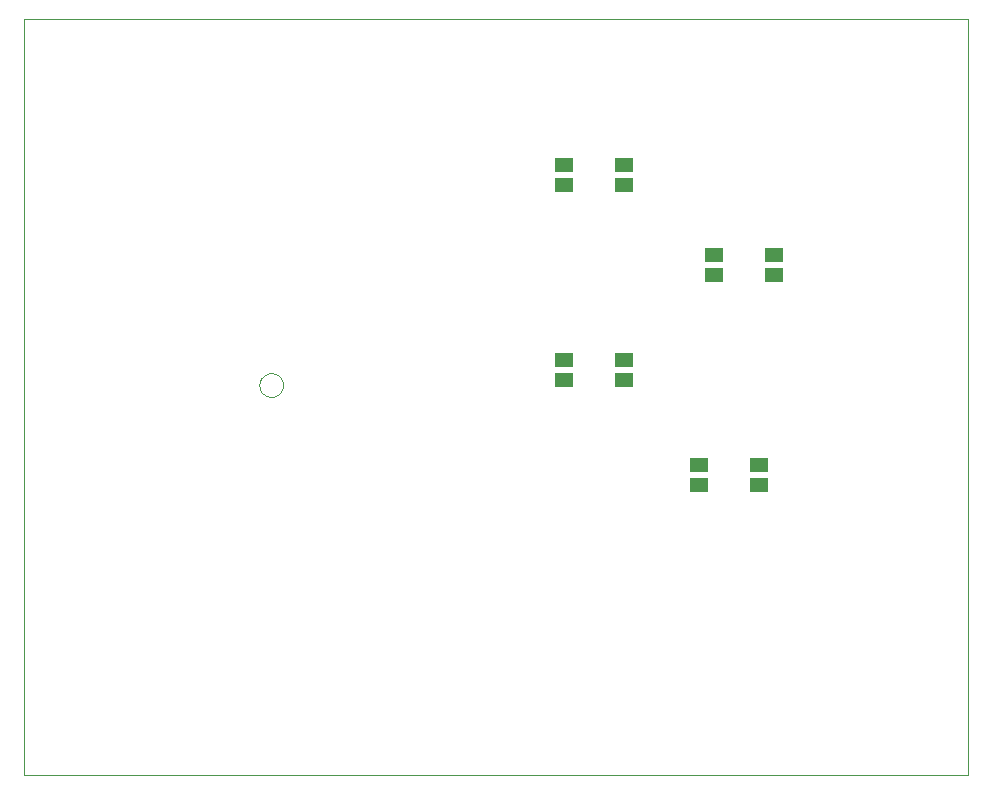
<source format=gbp>
G75*
G70*
%OFA0B0*%
%FSLAX24Y24*%
%IPPOS*%
%LPD*%
%AMOC8*
5,1,8,0,0,1.08239X$1,22.5*
%
%ADD10C,0.0000*%
%ADD11R,0.0591X0.0512*%
D10*
X003296Y000101D02*
X003296Y025298D01*
X034788Y025298D01*
X034788Y000101D01*
X003296Y000101D01*
X011152Y013101D02*
X011154Y013140D01*
X011160Y013179D01*
X011170Y013217D01*
X011183Y013254D01*
X011200Y013289D01*
X011220Y013323D01*
X011244Y013354D01*
X011271Y013383D01*
X011300Y013409D01*
X011332Y013432D01*
X011366Y013452D01*
X011402Y013468D01*
X011439Y013480D01*
X011478Y013489D01*
X011517Y013494D01*
X011556Y013495D01*
X011595Y013492D01*
X011634Y013485D01*
X011671Y013474D01*
X011708Y013460D01*
X011743Y013442D01*
X011776Y013421D01*
X011807Y013396D01*
X011835Y013369D01*
X011860Y013339D01*
X011882Y013306D01*
X011901Y013272D01*
X011916Y013236D01*
X011928Y013198D01*
X011936Y013160D01*
X011940Y013121D01*
X011940Y013081D01*
X011936Y013042D01*
X011928Y013004D01*
X011916Y012966D01*
X011901Y012930D01*
X011882Y012896D01*
X011860Y012863D01*
X011835Y012833D01*
X011807Y012806D01*
X011776Y012781D01*
X011743Y012760D01*
X011708Y012742D01*
X011671Y012728D01*
X011634Y012717D01*
X011595Y012710D01*
X011556Y012707D01*
X011517Y012708D01*
X011478Y012713D01*
X011439Y012722D01*
X011402Y012734D01*
X011366Y012750D01*
X011332Y012770D01*
X011300Y012793D01*
X011271Y012819D01*
X011244Y012848D01*
X011220Y012879D01*
X011200Y012913D01*
X011183Y012948D01*
X011170Y012985D01*
X011160Y013023D01*
X011154Y013062D01*
X011152Y013101D01*
D11*
X021296Y013266D03*
X021296Y013935D03*
X023296Y013935D03*
X023296Y013266D03*
X025796Y010435D03*
X025796Y009766D03*
X027796Y009766D03*
X027796Y010435D03*
X028296Y016766D03*
X028296Y017435D03*
X026296Y017435D03*
X026296Y016766D03*
X023296Y019766D03*
X023296Y020435D03*
X021296Y020435D03*
X021296Y019766D03*
M02*

</source>
